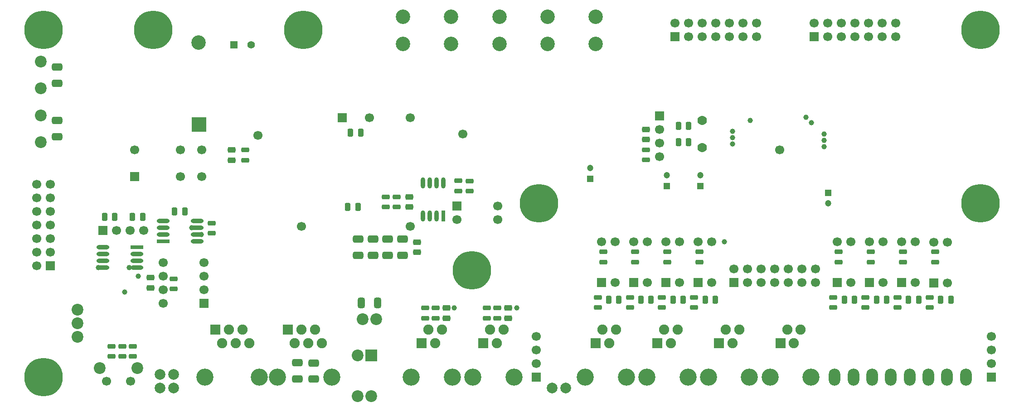
<source format=gbs>
G04 Layer_Color=16711935*
%FSLAX42Y42*%
%MOMM*%
G71*
G01*
G75*
%ADD56C,1.00*%
%ADD59C,1.20*%
%ADD61C,1.70*%
%ADD63R,1.70X1.70*%
G04:AMPARAMS|DCode=71|XSize=0.9mm|YSize=1.5mm|CornerRadius=0.28mm|HoleSize=0mm|Usage=FLASHONLY|Rotation=90.000|XOffset=0mm|YOffset=0mm|HoleType=Round|Shape=RoundedRectangle|*
%AMROUNDEDRECTD71*
21,1,0.90,0.95,0,0,90.0*
21,1,0.35,1.50,0,0,90.0*
1,1,0.55,0.47,0.17*
1,1,0.55,0.47,-0.17*
1,1,0.55,-0.47,-0.17*
1,1,0.55,-0.47,0.17*
%
%ADD71ROUNDEDRECTD71*%
%ADD72O,0.80X2.10*%
%ADD73R,0.80X2.10*%
%ADD74O,2.40X0.80*%
%ADD75R,2.40X0.80*%
G04:AMPARAMS|DCode=85|XSize=1.1mm|YSize=1.5mm|CornerRadius=0.33mm|HoleSize=0mm|Usage=FLASHONLY|Rotation=90.000|XOffset=0mm|YOffset=0mm|HoleType=Round|Shape=RoundedRectangle|*
%AMROUNDEDRECTD85*
21,1,1.10,0.85,0,0,90.0*
21,1,0.45,1.50,0,0,90.0*
1,1,0.65,0.42,0.23*
1,1,0.65,0.42,-0.23*
1,1,0.65,-0.42,-0.23*
1,1,0.65,-0.42,0.23*
%
%ADD85ROUNDEDRECTD85*%
G04:AMPARAMS|DCode=86|XSize=1.1mm|YSize=1.5mm|CornerRadius=0.33mm|HoleSize=0mm|Usage=FLASHONLY|Rotation=180.000|XOffset=0mm|YOffset=0mm|HoleType=Round|Shape=RoundedRectangle|*
%AMROUNDEDRECTD86*
21,1,1.10,0.85,0,0,180.0*
21,1,0.45,1.50,0,0,180.0*
1,1,0.65,-0.23,0.42*
1,1,0.65,0.23,0.42*
1,1,0.65,0.23,-0.42*
1,1,0.65,-0.23,-0.42*
%
%ADD86ROUNDEDRECTD86*%
G04:AMPARAMS|DCode=87|XSize=1.35mm|YSize=2mm|CornerRadius=0.39mm|HoleSize=0mm|Usage=FLASHONLY|Rotation=0.000|XOffset=0mm|YOffset=0mm|HoleType=Round|Shape=RoundedRectangle|*
%AMROUNDEDRECTD87*
21,1,1.35,1.23,0,0,0.0*
21,1,0.57,2.00,0,0,0.0*
1,1,0.78,0.29,-0.61*
1,1,0.78,-0.29,-0.61*
1,1,0.78,-0.29,0.61*
1,1,0.78,0.29,0.61*
%
%ADD87ROUNDEDRECTD87*%
%ADD92C,7.20*%
%ADD93C,1.77*%
%ADD94C,2.20*%
%ADD95R,2.70X2.70*%
%ADD96C,2.70*%
%ADD97C,1.70*%
%ADD98R,1.70X1.70*%
%ADD99R,1.70X1.70*%
%ADD100R,1.70X1.70*%
%ADD101C,2.20*%
%ADD102R,2.20X2.20*%
%ADD103C,2.00*%
%ADD104R,1.20X1.20*%
%ADD105R,1.40X1.40*%
%ADD106C,1.40*%
%ADD107O,2.20X3.20*%
%ADD108C,1.90*%
%ADD109C,3.20*%
%ADD110R,1.90X1.90*%
G04:AMPARAMS|DCode=111|XSize=1.35mm|YSize=2mm|CornerRadius=0.39mm|HoleSize=0mm|Usage=FLASHONLY|Rotation=270.000|XOffset=0mm|YOffset=0mm|HoleType=Round|Shape=RoundedRectangle|*
%AMROUNDEDRECTD111*
21,1,1.35,1.23,0,0,270.0*
21,1,0.57,2.00,0,0,270.0*
1,1,0.78,-0.61,-0.29*
1,1,0.78,-0.61,0.29*
1,1,0.78,0.61,0.29*
1,1,0.78,0.61,-0.29*
%
%ADD111ROUNDEDRECTD111*%
D56*
X14580Y4310D02*
D03*
Y4430D02*
D03*
Y4550D02*
D03*
X12712Y2533D02*
D03*
X13198Y4800D02*
D03*
X8835Y1298D02*
D03*
X7672Y1295D02*
D03*
X14240Y4860D02*
D03*
X14340Y4760D02*
D03*
X12870Y4360D02*
D03*
Y4600D02*
D03*
Y4480D02*
D03*
X1770Y1893D02*
D03*
X1515Y1598D02*
D03*
X1595Y2053D02*
D03*
X1025Y2048D02*
D03*
X2765Y2795D02*
D03*
X2945Y2668D02*
D03*
D59*
X12262Y3778D02*
D03*
X11638D02*
D03*
X10210Y3915D02*
D03*
X14650Y3250D02*
D03*
D61*
X4814Y2819D02*
D03*
X6846Y2819D02*
D03*
X6846Y4851D02*
D03*
X6084D02*
D03*
X1357Y2745D02*
D03*
X1611Y2745D02*
D03*
X1865D02*
D03*
X1625Y-75D02*
D03*
X1175D02*
D03*
X2950Y4250D02*
D03*
X2550Y4250D02*
D03*
X2550Y3750D02*
D03*
X2950Y3750D02*
D03*
X1700Y4250D02*
D03*
X13312Y6373D02*
D03*
Y6627D02*
D03*
X13058Y6373D02*
D03*
Y6627D02*
D03*
X12804D02*
D03*
Y6373D02*
D03*
X12550Y6627D02*
D03*
Y6373D02*
D03*
X12296Y6627D02*
D03*
Y6373D02*
D03*
X12042Y6627D02*
D03*
Y6373D02*
D03*
X11788Y6627D02*
D03*
X15912Y6373D02*
D03*
Y6627D02*
D03*
X15658Y6373D02*
D03*
Y6627D02*
D03*
X15404D02*
D03*
Y6373D02*
D03*
X15150Y6627D02*
D03*
Y6373D02*
D03*
X14896Y6627D02*
D03*
Y6373D02*
D03*
X14642Y6627D02*
D03*
Y6373D02*
D03*
X14388Y6627D02*
D03*
X127Y3612D02*
D03*
X-127D02*
D03*
X127Y3358D02*
D03*
X-127D02*
D03*
Y3104D02*
D03*
X127D02*
D03*
X-127Y2850D02*
D03*
X127D02*
D03*
X-127Y2596D02*
D03*
X127D02*
D03*
X-127Y2342D02*
D03*
X127D02*
D03*
X-127Y2088D02*
D03*
X12888Y2027D02*
D03*
X13142D02*
D03*
X13396D02*
D03*
X13650D02*
D03*
X13904D02*
D03*
X14158D02*
D03*
X14412D02*
D03*
Y1773D02*
D03*
X13904D02*
D03*
X13396D02*
D03*
X13142D02*
D03*
X13650D02*
D03*
X14158D02*
D03*
X17700Y762D02*
D03*
Y508D02*
D03*
Y254D02*
D03*
X11505Y4128D02*
D03*
Y4382D02*
D03*
Y4636D02*
D03*
X9200Y762D02*
D03*
Y508D02*
D03*
Y254D02*
D03*
X4000Y4525D02*
D03*
X7825Y4550D02*
D03*
X13750Y4250D02*
D03*
D63*
X1103Y2745D02*
D03*
X11788Y6373D02*
D03*
X14388D02*
D03*
X12888Y1773D02*
D03*
D71*
X11250Y4255D02*
D03*
Y4065D02*
D03*
X1668Y580D02*
D03*
Y390D02*
D03*
X1268Y580D02*
D03*
Y390D02*
D03*
X1468Y580D02*
D03*
Y390D02*
D03*
X3138Y2885D02*
D03*
Y2695D02*
D03*
X2430Y1653D02*
D03*
Y1843D02*
D03*
X16550Y1305D02*
D03*
Y1495D02*
D03*
X16650Y2345D02*
D03*
Y2155D02*
D03*
X15950Y1305D02*
D03*
X15950Y1495D02*
D03*
X16050Y2345D02*
D03*
X16050Y2155D02*
D03*
X15350Y1305D02*
D03*
Y1495D02*
D03*
X15450Y2345D02*
D03*
Y2155D02*
D03*
X14750Y1305D02*
D03*
X14750Y1495D02*
D03*
X14850Y2345D02*
D03*
Y2155D02*
D03*
X12150Y1305D02*
D03*
Y1495D02*
D03*
X12250Y2345D02*
D03*
Y2155D02*
D03*
X8475Y1105D02*
D03*
Y1295D02*
D03*
X7325Y1105D02*
D03*
Y1295D02*
D03*
X11550Y1305D02*
D03*
Y1495D02*
D03*
X8275Y1105D02*
D03*
X8275Y1295D02*
D03*
X7125Y1105D02*
D03*
Y1295D02*
D03*
X11650Y2345D02*
D03*
Y2155D02*
D03*
X10950Y1305D02*
D03*
X10950Y1495D02*
D03*
X11050Y2345D02*
D03*
Y2155D02*
D03*
X10350Y1305D02*
D03*
Y1495D02*
D03*
X10450Y2345D02*
D03*
X10450Y2155D02*
D03*
X6590Y3375D02*
D03*
Y3185D02*
D03*
X6390Y3375D02*
D03*
X6390Y3185D02*
D03*
X7747Y3675D02*
D03*
X7747Y3485D02*
D03*
X7953Y3483D02*
D03*
X7953Y3672D02*
D03*
X3765Y4060D02*
D03*
X3765Y4250D02*
D03*
D72*
X7085Y3635D02*
D03*
X7211D02*
D03*
X7339D02*
D03*
X7465D02*
D03*
X7085Y3015D02*
D03*
X7211Y3015D02*
D03*
X7339D02*
D03*
D73*
X7465Y3015D02*
D03*
D74*
X1108Y2050D02*
D03*
Y2177D02*
D03*
Y2304D02*
D03*
Y2431D02*
D03*
X1738Y2050D02*
D03*
Y2177D02*
D03*
Y2304D02*
D03*
X2865Y2921D02*
D03*
Y2794D02*
D03*
Y2667D02*
D03*
Y2540D02*
D03*
X2235Y2921D02*
D03*
Y2794D02*
D03*
Y2667D02*
D03*
D75*
X1738Y2431D02*
D03*
X2235Y2540D02*
D03*
D85*
X11250Y4635D02*
D03*
Y4445D02*
D03*
X1995Y1863D02*
D03*
Y1673D02*
D03*
X8675Y1105D02*
D03*
Y1295D02*
D03*
X7525Y1105D02*
D03*
Y1295D02*
D03*
X6975Y2338D02*
D03*
X6975Y2527D02*
D03*
X6828Y3375D02*
D03*
Y3185D02*
D03*
X3515Y4250D02*
D03*
Y4060D02*
D03*
D86*
X5733Y4572D02*
D03*
X5922D02*
D03*
X5680Y3185D02*
D03*
X5870D02*
D03*
X2445Y3105D02*
D03*
X2635D02*
D03*
X16945Y1450D02*
D03*
X16755D02*
D03*
X16345D02*
D03*
X16155D02*
D03*
X15745D02*
D03*
X15555D02*
D03*
X15145D02*
D03*
X14955D02*
D03*
X12045Y4400D02*
D03*
X11855D02*
D03*
X12045Y4700D02*
D03*
X11855D02*
D03*
X12545Y1450D02*
D03*
X12355D02*
D03*
X11945Y1450D02*
D03*
X11755D02*
D03*
X11345D02*
D03*
X11155D02*
D03*
X10745D02*
D03*
X10555D02*
D03*
X1140Y2998D02*
D03*
X1330D02*
D03*
X1660D02*
D03*
X1850D02*
D03*
D87*
X6233Y1388D02*
D03*
X5933D02*
D03*
D92*
X8000Y2000D02*
D03*
X0Y6500D02*
D03*
Y0D02*
D03*
X17500Y3250D02*
D03*
Y6500D02*
D03*
X2050D02*
D03*
X4850D02*
D03*
X9250Y3250D02*
D03*
D93*
X12300Y4804D02*
D03*
Y4296D02*
D03*
D94*
X630Y753D02*
D03*
Y1007D02*
D03*
Y1260D02*
D03*
X6210Y1085D02*
D03*
X5955D02*
D03*
D95*
X2900Y4730D02*
D03*
D96*
X2895Y6262D02*
D03*
X10313Y6739D02*
D03*
Y6231D02*
D03*
X8513Y6739D02*
D03*
Y6231D02*
D03*
X7613Y6739D02*
D03*
Y6231D02*
D03*
X9413Y6739D02*
D03*
Y6231D02*
D03*
X6713Y6739D02*
D03*
Y6231D02*
D03*
D97*
X2229Y2141D02*
D03*
X2229Y1887D02*
D03*
Y1633D02*
D03*
X2229Y1379D02*
D03*
X2991Y2141D02*
D03*
Y1887D02*
D03*
Y1633D02*
D03*
X16878Y2526D02*
D03*
X16624Y2526D02*
D03*
X16878Y1764D02*
D03*
X16277Y2531D02*
D03*
X16023D02*
D03*
X16277Y1769D02*
D03*
X15677Y2531D02*
D03*
X15423D02*
D03*
X15677Y1769D02*
D03*
X15077Y2531D02*
D03*
X14823D02*
D03*
X15077Y1769D02*
D03*
X12477Y2531D02*
D03*
X12223D02*
D03*
X12477Y1769D02*
D03*
X11877Y2531D02*
D03*
X11623D02*
D03*
X11877Y1769D02*
D03*
X11277Y2531D02*
D03*
X11023D02*
D03*
X11277Y1769D02*
D03*
X10677Y2531D02*
D03*
X10423D02*
D03*
X10677Y1769D02*
D03*
X8481Y2948D02*
D03*
Y3202D02*
D03*
X7719Y2948D02*
D03*
D98*
X2991Y1379D02*
D03*
X7719Y3202D02*
D03*
D99*
X16624Y1764D02*
D03*
X16023Y1769D02*
D03*
X15423D02*
D03*
X14823D02*
D03*
X12223Y1769D02*
D03*
X11623Y1769D02*
D03*
X11023Y1769D02*
D03*
X10423Y1769D02*
D03*
D100*
X5576Y4851D02*
D03*
X1700Y3750D02*
D03*
X127Y2088D02*
D03*
X17700Y0D02*
D03*
X11505Y4890D02*
D03*
X9200Y0D02*
D03*
D101*
X1050Y175D02*
D03*
X1750D02*
D03*
X5868Y-356D02*
D03*
X6122D02*
D03*
X5868Y406D02*
D03*
X-50Y4400D02*
D03*
Y4900D02*
D03*
Y5400D02*
D03*
Y5900D02*
D03*
D102*
X6122Y406D02*
D03*
D103*
X2427Y50D02*
D03*
X2173D02*
D03*
X2427Y-200D02*
D03*
X2173D02*
D03*
X9747Y-203D02*
D03*
X9493D02*
D03*
D104*
X12262Y3578D02*
D03*
X11638D02*
D03*
X10210Y3715D02*
D03*
X14650Y3450D02*
D03*
D105*
X3553Y6217D02*
D03*
D106*
X3877D02*
D03*
D107*
X17225Y0D02*
D03*
X16875D02*
D03*
X16525D02*
D03*
X16175D02*
D03*
X15825D02*
D03*
X15475D02*
D03*
X15125D02*
D03*
X14775D02*
D03*
D108*
X14140Y894D02*
D03*
X14013Y641D02*
D03*
X13887Y894D02*
D03*
X12736D02*
D03*
X12863Y641D02*
D03*
X12990Y894D02*
D03*
X11840D02*
D03*
X11714Y641D02*
D03*
X11586Y894D02*
D03*
X10436D02*
D03*
X10564Y641D02*
D03*
X10690Y894D02*
D03*
X7441Y895D02*
D03*
X7314Y641D02*
D03*
X7187Y895D02*
D03*
X8337D02*
D03*
X8464Y641D02*
D03*
X8591Y895D02*
D03*
X5193Y641D02*
D03*
X5066Y895D02*
D03*
X4685Y641D02*
D03*
X4939D02*
D03*
X4812Y895D02*
D03*
X3840Y641D02*
D03*
X3713Y895D02*
D03*
X3332Y641D02*
D03*
X3586D02*
D03*
X3459Y895D02*
D03*
D109*
X13567Y5D02*
D03*
X14333D02*
D03*
X13183D02*
D03*
X12417D02*
D03*
X11267D02*
D03*
X12033D02*
D03*
X10883D02*
D03*
X10117D02*
D03*
X6867Y6D02*
D03*
X7633D02*
D03*
X8783D02*
D03*
X8017D02*
D03*
X4367D02*
D03*
X5383D02*
D03*
X3015D02*
D03*
X4031D02*
D03*
D110*
X13760Y641D02*
D03*
X12610D02*
D03*
X11460D02*
D03*
X10310D02*
D03*
X7060Y641D02*
D03*
X8210D02*
D03*
X4558Y895D02*
D03*
X3205D02*
D03*
D111*
X5045Y-35D02*
D03*
Y265D02*
D03*
X4738Y-30D02*
D03*
Y270D02*
D03*
X6150Y2283D02*
D03*
Y2583D02*
D03*
X5875Y2283D02*
D03*
Y2583D02*
D03*
X6700Y2283D02*
D03*
Y2583D02*
D03*
X6425Y2283D02*
D03*
Y2583D02*
D03*
X250Y5500D02*
D03*
Y5800D02*
D03*
Y4500D02*
D03*
Y4800D02*
D03*
M02*

</source>
